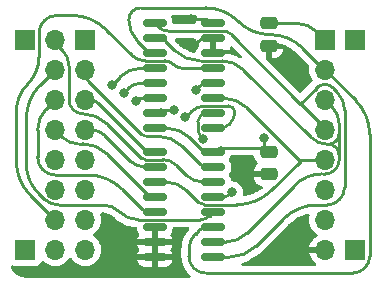
<source format=gbr>
%TF.GenerationSoftware,KiCad,Pcbnew,(6.0.6)*%
%TF.CreationDate,2022-09-21T08:03:07-07:00*%
%TF.ProjectId,takshaka-mux-board-rounded,74616b73-6861-46b6-912d-6d75782d626f,rev?*%
%TF.SameCoordinates,Original*%
%TF.FileFunction,Copper,L1,Top*%
%TF.FilePolarity,Positive*%
%FSLAX46Y46*%
G04 Gerber Fmt 4.6, Leading zero omitted, Abs format (unit mm)*
G04 Created by KiCad (PCBNEW (6.0.6)) date 2022-09-21 08:03:07*
%MOMM*%
%LPD*%
G01*
G04 APERTURE LIST*
G04 Aperture macros list*
%AMRoundRect*
0 Rectangle with rounded corners*
0 $1 Rounding radius*
0 $2 $3 $4 $5 $6 $7 $8 $9 X,Y pos of 4 corners*
0 Add a 4 corners polygon primitive as box body*
4,1,4,$2,$3,$4,$5,$6,$7,$8,$9,$2,$3,0*
0 Add four circle primitives for the rounded corners*
1,1,$1+$1,$2,$3*
1,1,$1+$1,$4,$5*
1,1,$1+$1,$6,$7*
1,1,$1+$1,$8,$9*
0 Add four rect primitives between the rounded corners*
20,1,$1+$1,$2,$3,$4,$5,0*
20,1,$1+$1,$4,$5,$6,$7,0*
20,1,$1+$1,$6,$7,$8,$9,0*
20,1,$1+$1,$8,$9,$2,$3,0*%
G04 Aperture macros list end*
%TA.AperFunction,SMDPad,CuDef*%
%ADD10RoundRect,0.150000X0.825000X0.150000X-0.825000X0.150000X-0.825000X-0.150000X0.825000X-0.150000X0*%
%TD*%
%TA.AperFunction,ComponentPad*%
%ADD11R,1.700000X1.700000*%
%TD*%
%TA.AperFunction,ComponentPad*%
%ADD12O,1.700000X1.700000*%
%TD*%
%TA.AperFunction,SMDPad,CuDef*%
%ADD13RoundRect,0.250000X-0.475000X0.250000X-0.475000X-0.250000X0.475000X-0.250000X0.475000X0.250000X0*%
%TD*%
%TA.AperFunction,SMDPad,CuDef*%
%ADD14RoundRect,0.150000X-0.825000X-0.150000X0.825000X-0.150000X0.825000X0.150000X-0.825000X0.150000X0*%
%TD*%
%TA.AperFunction,ViaPad*%
%ADD15C,0.800000*%
%TD*%
%TA.AperFunction,Conductor*%
%ADD16C,0.250000*%
%TD*%
G04 APERTURE END LIST*
D10*
%TO.P,U2,1,X4*%
%TO.N,SLITHER*%
X241275000Y-141955000D03*
%TO.P,U2,2,X6*%
%TO.N,SS_MOD*%
X241275000Y-140685000D03*
%TO.P,U2,3,X*%
%TO.N,MUX_1_SIGNAL*%
X241275000Y-139415000D03*
%TO.P,U2,4,X7*%
%TO.N,SH_MOD*%
X241275000Y-138145000D03*
%TO.P,U2,5,X5*%
%TO.N,SD_MOD*%
X241275000Y-136875000D03*
%TO.P,U2,6,Inh*%
%TO.N,GND*%
X241275000Y-135605000D03*
%TO.P,U2,7,VEE*%
X241275000Y-134335000D03*
%TO.P,U2,8,VSS*%
X241275000Y-133065000D03*
%TO.P,U2,9,C*%
%TO.N,CHANNEL_SELECT_C*%
X236325000Y-133065000D03*
%TO.P,U2,10,B*%
%TO.N,CHANNEL_SELECT_B*%
X236325000Y-134335000D03*
%TO.P,U2,11,A*%
%TO.N,CHANNEL_SELECT_A*%
X236325000Y-135605000D03*
%TO.P,U2,12,X3*%
%TO.N,PH_MOD*%
X236325000Y-136875000D03*
%TO.P,U2,13,X0*%
%TO.N,D|R*%
X236325000Y-138145000D03*
%TO.P,U2,14,X1*%
%TO.N,PD_MOD*%
X236325000Y-139415000D03*
%TO.P,U2,15,X2*%
%TO.N,PS_MOD*%
X236325000Y-140685000D03*
%TO.P,U2,16,VDD*%
%TO.N,+3V3_A*%
X236325000Y-141955000D03*
%TD*%
D11*
%TO.P,J4,1,Pin_1*%
%TO.N,+3V3_A*%
X250750000Y-134470000D03*
D12*
%TO.P,J4,2,Pin_2*%
%TO.N,CHANNEL_SELECT_A*%
X250750000Y-137010000D03*
%TO.P,J4,3,Pin_3*%
%TO.N,CHANNEL_SELECT_B*%
X250750000Y-139550000D03*
%TO.P,J4,4,Pin_4*%
%TO.N,CHANNEL_SELECT_C*%
X250750000Y-142090000D03*
%TO.P,J4,5,Pin_5*%
%TO.N,MUX_1_SIGNAL*%
X250750000Y-144630000D03*
%TO.P,J4,6,Pin_6*%
%TO.N,MUX_2_SIGNAL*%
X250750000Y-147170000D03*
%TO.P,J4,7,Pin_7*%
%TO.N,unconnected-(J4-Pad7)*%
X250750000Y-149710000D03*
%TO.P,J4,8,Pin_8*%
%TO.N,GND*%
X250750000Y-152250000D03*
%TD*%
D13*
%TO.P,C2,1*%
%TO.N,+3V3_A*%
X245960000Y-143940000D03*
%TO.P,C2,2*%
%TO.N,GND*%
X245960000Y-145840000D03*
%TD*%
%TO.P,C1,1*%
%TO.N,+3V3_A*%
X245960000Y-133070000D03*
%TO.P,C1,2*%
%TO.N,GND*%
X245960000Y-134970000D03*
%TD*%
D11*
%TO.P,J3,1,Pin_1*%
%TO.N,DRIFT*%
X230430000Y-134470000D03*
D12*
%TO.P,J3,2,Pin_2*%
%TO.N,SHIFT*%
X227890000Y-134470000D03*
%TO.P,J3,3,Pin_3*%
%TO.N,GROWL*%
X230430000Y-137010000D03*
%TO.P,J3,4,Pin_4*%
%TO.N,HOWL*%
X227890000Y-137010000D03*
%TO.P,J3,5,Pin_5*%
%TO.N,R*%
X230430000Y-139550000D03*
%TO.P,J3,6,Pin_6*%
%TO.N,D*%
X227890000Y-139550000D03*
%TO.P,J3,7,Pin_7*%
%TO.N,A*%
X230430000Y-142090000D03*
%TO.P,J3,8,Pin_8*%
%TO.N,S*%
X227890000Y-142090000D03*
%TO.P,J3,9,Pin_9*%
%TO.N,D|R*%
X230430000Y-144630000D03*
%TO.P,J3,10,Pin_10*%
%TO.N,PD_MOD*%
X227890000Y-144630000D03*
%TO.P,J3,11,Pin_11*%
%TO.N,PS_MOD*%
X230430000Y-147170000D03*
%TO.P,J3,12,Pin_12*%
%TO.N,PH_MOD*%
X227890000Y-147170000D03*
%TO.P,J3,13,Pin_13*%
%TO.N,SLITHER*%
X230430000Y-149710000D03*
%TO.P,J3,14,Pin_14*%
%TO.N,SD_MOD*%
X227890000Y-149710000D03*
%TO.P,J3,15,Pin_15*%
%TO.N,SS_MOD*%
X230430000Y-152250000D03*
%TO.P,J3,16,Pin_16*%
%TO.N,SH_MOD*%
X227890000Y-152250000D03*
%TD*%
D14*
%TO.P,U1,1,X4*%
%TO.N,R*%
X236325000Y-143965000D03*
%TO.P,U1,2,X6*%
%TO.N,A*%
X236325000Y-145235000D03*
%TO.P,U1,3,X*%
%TO.N,MUX_1_SIGNAL*%
X236325000Y-146505000D03*
%TO.P,U1,4,X7*%
%TO.N,S*%
X236325000Y-147775000D03*
%TO.P,U1,5,X5*%
%TO.N,D*%
X236325000Y-149045000D03*
%TO.P,U1,6,Inh*%
%TO.N,GND*%
X236325000Y-150315000D03*
%TO.P,U1,7,VEE*%
X236325000Y-151585000D03*
%TO.P,U1,8,VSS*%
X236325000Y-152855000D03*
%TO.P,U1,9,C*%
%TO.N,CHANNEL_SELECT_C*%
X241275000Y-152855000D03*
%TO.P,U1,10,B*%
%TO.N,CHANNEL_SELECT_B*%
X241275000Y-151585000D03*
%TO.P,U1,11,A*%
%TO.N,CHANNEL_SELECT_A*%
X241275000Y-150315000D03*
%TO.P,U1,12,X3*%
%TO.N,HOWL*%
X241275000Y-149045000D03*
%TO.P,U1,13,X0*%
%TO.N,DRIFT*%
X241275000Y-147775000D03*
%TO.P,U1,14,X1*%
%TO.N,SHIFT*%
X241275000Y-146505000D03*
%TO.P,U1,15,X2*%
%TO.N,GROWL*%
X241275000Y-145235000D03*
%TO.P,U1,16,VDD*%
%TO.N,+3V3_A*%
X241275000Y-143965000D03*
%TD*%
D11*
%TO.P,J5,1,Pin_1*%
%TO.N,unconnected-(J5-Pad1)*%
X253290000Y-152250000D03*
%TD*%
%TO.P,J6,1,Pin_1*%
%TO.N,unconnected-(J6-Pad1)*%
X225350000Y-134475000D03*
%TD*%
%TO.P,J1,1,Pin_1*%
%TO.N,unconnected-(J1-Pad1)*%
X253290000Y-134470000D03*
%TD*%
%TO.P,J2,1,Pin_1*%
%TO.N,unconnected-(J2-Pad1)*%
X225350000Y-152250000D03*
%TD*%
D15*
%TO.N,+3V3_A*%
X245605400Y-142757300D03*
%TO.N,GND*%
X239640000Y-134960000D03*
X244080000Y-145800000D03*
X234010000Y-151600000D03*
X247380000Y-136100000D03*
X239350000Y-132720000D03*
%TO.N,DRIFT*%
X242884800Y-147360100D03*
%TO.N,SLITHER*%
X238920000Y-141030000D03*
%TO.N,PD_MOD*%
X234724100Y-139624300D03*
%TO.N,PS_MOD*%
X237913400Y-140367300D03*
%TO.N,PH_MOD*%
X232720000Y-138260000D03*
%TO.N,SS_MOD*%
X240437700Y-142883100D03*
%TO.N,SH_MOD*%
X239798500Y-138719600D03*
%TO.N,D|R*%
X233680000Y-138970000D03*
%TD*%
D16*
%TO.N,SHIFT*%
X237009675Y-144600000D02*
X235500796Y-144600000D01*
%TO.N,HOWL*%
X226455750Y-147434250D02*
X226936583Y-147915083D01*
%TO.N,CHANNEL_SELECT_B*%
X251030100Y-143303000D02*
X250971199Y-143303000D01*
%TO.N,GROWL*%
X236564900Y-142613600D02*
X235562624Y-142613600D01*
%TO.N,D|R*%
X234092511Y-138557511D02*
G75*
G02*
X235088363Y-138145000I995889J-995889D01*
G01*
%TO.N,SH_MOD*%
X240085799Y-138432299D02*
G75*
G02*
X240779403Y-138145000I693601J-693601D01*
G01*
%TO.N,SS_MOD*%
X239973490Y-141387474D02*
G75*
G02*
X240179250Y-140890750I702510J-26D01*
G01*
X240179257Y-140890757D02*
G75*
G02*
X240675974Y-140685000I496743J-496743D01*
G01*
X240205589Y-142651011D02*
G75*
G02*
X239973500Y-142090661I560311J560311D01*
G01*
%TO.N,SD_MOD*%
X229309527Y-132389992D02*
G75*
G02*
X232195344Y-133585344I-27J-4081208D01*
G01*
X225562689Y-138217489D02*
G75*
G03*
X226525400Y-135893336I-2324189J2324189D01*
G01*
X235488664Y-136231025D02*
G75*
G02*
X234383033Y-135773033I36J1563625D01*
G01*
X237151023Y-136230991D02*
G75*
G02*
X237928400Y-136553000I-23J-1099409D01*
G01*
X226525400Y-133889998D02*
G75*
G02*
X228025398Y-132390000I1500000J-2D01*
G01*
X225795350Y-147615338D02*
G75*
G02*
X224600000Y-144729527I2885850J2885838D01*
G01*
X238705776Y-136875009D02*
G75*
G02*
X237928400Y-136553000I24J1099409D01*
G01*
X224599985Y-140541663D02*
G75*
G02*
X225562700Y-138217500I3286915J-37D01*
G01*
%TO.N,PH_MOD*%
X233412487Y-137567487D02*
G75*
G02*
X235084342Y-136875000I1671813J-1671813D01*
G01*
%TO.N,PS_MOD*%
X236483836Y-140526136D02*
G75*
G02*
X236867347Y-140367300I383464J-383464D01*
G01*
%TO.N,PD_MOD*%
X234828751Y-139519651D02*
G75*
G02*
X235081397Y-139415000I252649J-252649D01*
G01*
%TO.N,S*%
X236135250Y-147775034D02*
G75*
G02*
X235811326Y-147640826I50J458134D01*
G01*
X230245550Y-143265331D02*
G75*
G02*
X232277432Y-144106934I50J-2873469D01*
G01*
X229879291Y-143265303D02*
G75*
G02*
X228472650Y-142682650I9J1989303D01*
G01*
X227893529Y-142103541D02*
G75*
G02*
X227890000Y-142095000I8571J8541D01*
G01*
%TO.N,A*%
X231017650Y-142090032D02*
G75*
G02*
X232020831Y-142505531I50J-1418668D01*
G01*
X235537650Y-145235044D02*
G75*
G02*
X234193559Y-144678259I50J1900844D01*
G01*
%TO.N,D*%
X226399996Y-142093589D02*
G75*
G02*
X227145000Y-140295000I2543604J-11D01*
G01*
X227899998Y-145900000D02*
G75*
G02*
X226400000Y-144400001I2J1500000D01*
G01*
X235911650Y-149045039D02*
G75*
G02*
X235206018Y-148752716I50J997939D01*
G01*
X230662827Y-145899992D02*
G75*
G02*
X233548644Y-147095344I-27J-4081208D01*
G01*
%TO.N,R*%
X230845000Y-139550001D02*
G75*
G02*
X231553449Y-139843449I0J-1001899D01*
G01*
X236000000Y-143965005D02*
G75*
G02*
X235445190Y-143735190I0J784605D01*
G01*
%TO.N,GROWL*%
X235562624Y-142613576D02*
G75*
G02*
X235170974Y-142451372I-24J553876D01*
G01*
X230677619Y-137958037D02*
G75*
G02*
X230430000Y-137360200I597881J597837D01*
G01*
X240846500Y-145234997D02*
G75*
G02*
X240115004Y-144932004I0J1034497D01*
G01*
X236564900Y-142613604D02*
G75*
G02*
X238667543Y-143484543I0J-2973596D01*
G01*
%TO.N,MUX_1_SIGNAL*%
X242287150Y-139415042D02*
G75*
G02*
X244015004Y-140130691I50J-2443558D01*
G01*
X243310527Y-148410007D02*
G75*
G03*
X246196344Y-147214655I-27J4081207D01*
G01*
X248714383Y-144696683D02*
G75*
G02*
X248875257Y-144630000I160917J-160817D01*
G01*
X248581049Y-144696650D02*
G75*
G02*
X248581050Y-144829950I-66649J-66650D01*
G01*
X248714350Y-144696650D02*
G75*
G02*
X248581049Y-144696650I-66650J66652D01*
G01*
X240510960Y-148410024D02*
G75*
G02*
X239994287Y-148195987I40J730724D01*
G01*
X237314150Y-146505030D02*
G75*
G02*
X239002734Y-147204434I50J-2387970D01*
G01*
X249971550Y-144630000D02*
X249177850Y-144630000D01*
X248714350Y-144696650D02*
X248581050Y-144829950D01*
%TO.N,CHANNEL_SELECT_C*%
X250895801Y-148440000D02*
G75*
G03*
X252395800Y-146940001I-1J1500000D01*
G01*
X247198361Y-149635350D02*
G75*
G02*
X250084172Y-148440000I2885839J-2885850D01*
G01*
X248664250Y-139884435D02*
G75*
G02*
X248681576Y-139891578I50J-24465D01*
G01*
X242626850Y-152855021D02*
G75*
G03*
X244934602Y-151899097I-50J3263721D01*
G01*
X250026856Y-138511637D02*
G75*
G02*
X250706800Y-138230000I679944J-679963D01*
G01*
X248646948Y-139877196D02*
G75*
G03*
X248664250Y-139884400I17352J17296D01*
G01*
X248664250Y-139884372D02*
G75*
G02*
X248661278Y-139877223I-50J4172D01*
G01*
X248661277Y-139877222D02*
G75*
G02*
X248646922Y-139877222I-7177J7178D01*
G01*
X250706800Y-138230006D02*
G75*
G02*
X251386740Y-138511640I0J-961594D01*
G01*
X252395815Y-140433362D02*
G75*
G03*
X251750450Y-138875350I-2203415J-38D01*
G01*
X237424376Y-133709009D02*
G75*
G02*
X236647000Y-133387000I24J1099409D01*
G01*
X242113119Y-133708990D02*
G75*
G02*
X242737205Y-133967505I-19J-882610D01*
G01*
X250750006Y-142025000D02*
G75*
G03*
X250704037Y-141914039I-156906J0D01*
G01*
%TO.N,CHANNEL_SELECT_B*%
X250770950Y-145805400D02*
G75*
G03*
X251927200Y-144649150I-50J1156300D01*
G01*
X236641550Y-134335030D02*
G75*
G02*
X237181934Y-134558834I50J-764170D01*
G01*
X251927197Y-141559606D02*
G75*
G03*
X251338600Y-140138600I-2009597J6D01*
G01*
X242316400Y-151584987D02*
G75*
G03*
X244094180Y-150848618I0J2514187D01*
G01*
X242017644Y-136239966D02*
G75*
G02*
X243814128Y-136984128I-44J-2540634D01*
G01*
X250971199Y-143302998D02*
G75*
G02*
X249540304Y-142710304I1J2023598D01*
G01*
X240210138Y-136239984D02*
G75*
G02*
X237910600Y-135287500I-38J3251984D01*
G01*
X251927200Y-142405900D02*
G75*
G02*
X251030100Y-143303000I-897100J0D01*
G01*
X251030100Y-143303000D02*
G75*
G02*
X251927200Y-144200100I0J-897100D01*
G01*
X248151054Y-146791741D02*
G75*
G02*
X250532300Y-145805400I2381246J-2381259D01*
G01*
X251927200Y-142405900D02*
X251927200Y-144200100D01*
%TO.N,CHANNEL_SELECT_A*%
X250720000Y-137009993D02*
G75*
G02*
X250771212Y-137031214I0J-72407D01*
G01*
X254520008Y-142470472D02*
G75*
G03*
X253324655Y-139584655I-4081208J-28D01*
G01*
X236120550Y-135604960D02*
G75*
G02*
X235771532Y-135460432I-50J493560D01*
G01*
X239220021Y-152201352D02*
G75*
G02*
X239772499Y-150867499I1886279J52D01*
G01*
X240636898Y-154210000D02*
G75*
G02*
X239635000Y-153795000I2J1416900D01*
G01*
X240638167Y-131750014D02*
G75*
G02*
X243378300Y-132885000I33J-3875086D01*
G01*
X234847959Y-134536803D02*
G75*
G02*
X234120000Y-132779450I1757341J1757403D01*
G01*
X250720000Y-137010007D02*
G75*
G02*
X250668787Y-136988785I0J72407D01*
G01*
X246106650Y-134020031D02*
G75*
G02*
X243386631Y-132893331I50J3846731D01*
G01*
X246106650Y-134020040D02*
G75*
G02*
X248826667Y-135146669I50J-3846660D01*
G01*
X239989114Y-150650865D02*
G75*
G02*
X240800000Y-150315000I810886J-810935D01*
G01*
X254099991Y-153789991D02*
G75*
G03*
X254520000Y-152776030I-1013991J1013991D01*
G01*
X234120000Y-132779450D02*
G75*
G02*
X235149450Y-131750000I1029400J50D01*
G01*
X253086030Y-154210012D02*
G75*
G03*
X254100000Y-153790000I-30J1434012D01*
G01*
X239635000Y-153795000D02*
G75*
G02*
X239220000Y-152793101I1001900J1001900D01*
G01*
%TO.N,SLITHER*%
X242565000Y-140050000D02*
G75*
G02*
X243100000Y-140585000I0J-535000D01*
G01*
X239410010Y-140540010D02*
G75*
G02*
X240592964Y-140050000I1182990J-1182990D01*
G01*
X242721697Y-141498301D02*
G75*
G03*
X243100000Y-140585000I-913297J913301D01*
G01*
X241770000Y-141955009D02*
G75*
G03*
X242615016Y-141604981I0J1195009D01*
G01*
%TO.N,HOWL*%
X240190987Y-149679994D02*
G75*
G03*
X240957500Y-149362500I13J1083994D01*
G01*
X226455737Y-147434263D02*
G75*
G02*
X225450000Y-145006154I2428063J2428063D01*
G01*
X234881512Y-149679994D02*
G75*
G02*
X233384701Y-149059999I-12J2116794D01*
G01*
X231887887Y-148440006D02*
G75*
G02*
X233384699Y-149060001I13J-2116794D01*
G01*
X225449992Y-141140472D02*
G75*
G02*
X226645345Y-138254656I4081208J-28D01*
G01*
X228203845Y-148439962D02*
G75*
G02*
X226936583Y-147915083I-45J1792162D01*
G01*
%TO.N,SHIFT*%
X229065315Y-136706362D02*
G75*
G03*
X228477650Y-135287650I-2006415J-38D01*
G01*
X230250600Y-140725410D02*
G75*
G02*
X232274033Y-141563533I0J-2861590D01*
G01*
X235500796Y-144600007D02*
G75*
G02*
X235175941Y-144465441I4J459407D01*
G01*
X230250600Y-140725400D02*
G75*
G02*
X229065300Y-139540100I0J1185300D01*
G01*
X227971324Y-134781310D02*
G75*
G02*
X227890000Y-134585000I196276J196310D01*
G01*
X240423550Y-146505030D02*
G75*
G02*
X238970033Y-145902933I50J2055630D01*
G01*
X237009675Y-144600029D02*
G75*
G02*
X238131969Y-145064871I25J-1587171D01*
G01*
%TO.N,DRIFT*%
X242176521Y-147775008D02*
G75*
G03*
X242677349Y-147567549I-21J708308D01*
G01*
%TO.N,GND*%
X239952488Y-134647488D02*
G75*
G02*
X240706941Y-134335000I754412J-754412D01*
G01*
X240686048Y-132719951D02*
G75*
G02*
X241102500Y-132892500I-48J-588949D01*
G01*
%TO.N,+3V3_A*%
X241464795Y-143775195D02*
G75*
G02*
X241923017Y-143585400I458205J-458205D01*
G01*
X241006582Y-143964992D02*
G75*
G03*
X241464800Y-143775200I18J647992D01*
G01*
X248360050Y-133069980D02*
G75*
G02*
X250049999Y-133770001I-50J-2390020D01*
G01*
X245605400Y-143334659D02*
G75*
G02*
X245354659Y-143585400I-250700J-41D01*
G01*
X245354659Y-143585417D02*
G75*
G02*
X245782700Y-143762700I41J-605283D01*
G01*
X245782688Y-143762712D02*
G75*
G02*
X245605400Y-143334659I428012J428012D01*
G01*
X237404450Y-141955029D02*
G75*
G02*
X239247186Y-142718286I50J-2605971D01*
G01*
X240884450Y-143964956D02*
G75*
G02*
X240217739Y-143688839I-50J942856D01*
G01*
%TO.N,CHANNEL_SELECT_C*%
X252395800Y-146940001D02*
X252395800Y-140433362D01*
X250895801Y-148440000D02*
X250084172Y-148440000D01*
X247198355Y-149635344D02*
X244934602Y-151899097D01*
X251386740Y-138511640D02*
X251750450Y-138875350D01*
X250026859Y-138511640D02*
X248661277Y-139877222D01*
X242626850Y-152855000D02*
X241275000Y-152855000D01*
%TO.N,+3V3_A*%
X241006582Y-143965000D02*
X240884450Y-143965000D01*
X245782700Y-143762700D02*
X245960000Y-143940000D01*
X237404450Y-141955000D02*
X236325000Y-141955000D01*
X250050000Y-133770000D02*
X250750000Y-134470000D01*
X245605400Y-143334659D02*
X245605400Y-142757300D01*
X239247186Y-142718286D02*
X240217739Y-143688839D01*
X248360050Y-133070000D02*
X245960000Y-133070000D01*
X241923017Y-143585400D02*
X245354659Y-143585400D01*
%TO.N,GND*%
X241102500Y-132892500D02*
X241275000Y-133065000D01*
X239350000Y-132720000D02*
X240686048Y-132720000D01*
X239640000Y-134960000D02*
X239952500Y-134647500D01*
X240706941Y-134335000D02*
X241275000Y-134335000D01*
%TO.N,DRIFT*%
X242176521Y-147775000D02*
X241275000Y-147775000D01*
X242884800Y-147360100D02*
X242677350Y-147567550D01*
%TO.N,SHIFT*%
X228477650Y-135287650D02*
X227971317Y-134781317D01*
X229065300Y-136706362D02*
X229065300Y-139540100D01*
X238970033Y-145902933D02*
X238131970Y-145064870D01*
X240423550Y-146505000D02*
X241275000Y-146505000D01*
X227890000Y-134585000D02*
X227890000Y-134470000D01*
X232274033Y-141563533D02*
X235175941Y-144465441D01*
%TO.N,HOWL*%
X231887887Y-148440000D02*
X228203845Y-148440000D01*
X226645344Y-138254655D02*
X227890000Y-137010000D01*
X225450000Y-145006154D02*
X225450000Y-141140472D01*
X240957500Y-149362500D02*
X241275000Y-149045000D01*
X240190987Y-149680000D02*
X234881512Y-149680000D01*
%TO.N,SLITHER*%
X238920000Y-141030000D02*
X239410000Y-140540000D01*
X242565000Y-140050000D02*
X240592964Y-140050000D01*
X241770000Y-141955000D02*
X241275000Y-141955000D01*
X242721697Y-141498301D02*
X242615017Y-141604982D01*
%TO.N,CHANNEL_SELECT_A*%
X254520000Y-142470472D02*
X254520000Y-152776030D01*
X239772499Y-150867499D02*
X239989124Y-150650875D01*
X235771532Y-135460432D02*
X234847931Y-134536831D01*
X250668786Y-136988786D02*
X248826668Y-135146668D01*
X240800000Y-150315000D02*
X241275000Y-150315000D01*
X239220000Y-152201352D02*
X239220000Y-152793101D01*
X240636898Y-154210000D02*
X253086030Y-154210000D01*
X240638167Y-131750000D02*
X235149450Y-131750000D01*
X250771213Y-137031213D02*
X253324655Y-139584655D01*
X236120550Y-135605000D02*
X236325000Y-135605000D01*
X243378300Y-132885000D02*
X243386631Y-132893331D01*
%TO.N,CHANNEL_SELECT_B*%
X244094180Y-150848618D02*
X248151056Y-146791743D01*
X251338600Y-140138600D02*
X250750000Y-139550000D01*
X251927200Y-141559606D02*
X251927200Y-142405900D01*
X243814128Y-136984128D02*
X249540304Y-142710304D01*
X237181934Y-134558834D02*
X237910600Y-135287500D01*
X251927200Y-144649150D02*
X251927200Y-144200100D01*
X242017644Y-136240000D02*
X240210138Y-136240000D01*
X236641550Y-134335000D02*
X236325000Y-134335000D01*
X250770950Y-145805400D02*
X250532300Y-145805400D01*
X242316400Y-151585000D02*
X241275000Y-151585000D01*
%TO.N,CHANNEL_SELECT_C*%
X248681577Y-139891577D02*
X250704038Y-141914038D01*
X250750000Y-142025000D02*
X250750000Y-142090000D01*
X248646922Y-139877222D02*
X242737205Y-133967505D01*
X236647000Y-133387000D02*
X236325000Y-133065000D01*
X237424376Y-133709000D02*
X242113119Y-133709000D01*
%TO.N,MUX_1_SIGNAL*%
X249971550Y-144630000D02*
X250750000Y-144630000D01*
X249177850Y-144630000D02*
X248875257Y-144630000D01*
X237314150Y-146505000D02*
X236325000Y-146505000D01*
X239994287Y-148195987D02*
X239002734Y-147204434D01*
X242287150Y-139415000D02*
X241275000Y-139415000D01*
X244015004Y-140130691D02*
X248581049Y-144696650D01*
X246196344Y-147214655D02*
X248581050Y-144829950D01*
X243310527Y-148410000D02*
X240510960Y-148410000D01*
%TO.N,GROWL*%
X240115004Y-144932004D02*
X238667543Y-143484543D01*
X240846500Y-145235000D02*
X241275000Y-145235000D01*
X235170973Y-142451373D02*
X230677628Y-137958028D01*
X230430000Y-137360200D02*
X230430000Y-137010000D01*
%TO.N,R*%
X236000000Y-143965000D02*
X236325000Y-143965000D01*
X231553449Y-139843449D02*
X235445190Y-143735190D01*
X230845000Y-139550000D02*
X230430000Y-139550000D01*
%TO.N,D*%
X226400000Y-142093589D02*
X226400000Y-144400001D01*
X235206017Y-148752717D02*
X233548644Y-147095344D01*
X227145000Y-140295000D02*
X227890000Y-139550000D01*
X227899998Y-145900000D02*
X230662827Y-145900000D01*
X235911650Y-149045000D02*
X236325000Y-149045000D01*
%TO.N,A*%
X231017650Y-142090000D02*
X230430000Y-142090000D01*
X235537650Y-145235000D02*
X236325000Y-145235000D01*
X232020831Y-142505531D02*
X234193559Y-144678259D01*
%TO.N,S*%
X236135250Y-147775000D02*
X236325000Y-147775000D01*
X227890000Y-142095000D02*
X227890000Y-142090000D01*
X235811326Y-147640826D02*
X232277433Y-144106933D01*
X228472650Y-142682650D02*
X227893535Y-142103535D01*
X230245550Y-143265300D02*
X229879291Y-143265300D01*
%TO.N,PD_MOD*%
X235081397Y-139415000D02*
X236325000Y-139415000D01*
X234724100Y-139624300D02*
X234828750Y-139519650D01*
%TO.N,PS_MOD*%
X236483850Y-140526150D02*
X236325000Y-140685000D01*
X237913400Y-140367300D02*
X236867347Y-140367300D01*
%TO.N,PH_MOD*%
X232720000Y-138260000D02*
X233412500Y-137567500D01*
X235084342Y-136875000D02*
X236325000Y-136875000D01*
%TO.N,SD_MOD*%
X232195344Y-133585344D02*
X234383033Y-135773033D01*
X229309527Y-132390000D02*
X228025398Y-132390000D01*
X235488664Y-136231000D02*
X237151023Y-136231000D01*
X238705776Y-136875000D02*
X241275000Y-136875000D01*
X226525400Y-135893336D02*
X226525400Y-133889998D01*
X225795344Y-147615344D02*
X227890000Y-149710000D01*
X224600000Y-144729527D02*
X224600000Y-140541663D01*
%TO.N,SS_MOD*%
X239973500Y-141387474D02*
X239973500Y-142090661D01*
X240437700Y-142883100D02*
X240205600Y-142651000D01*
X240675974Y-140685000D02*
X241275000Y-140685000D01*
%TO.N,SH_MOD*%
X240779403Y-138145000D02*
X241275000Y-138145000D01*
X240085800Y-138432300D02*
X239798500Y-138719600D01*
%TO.N,D|R*%
X235088363Y-138145000D02*
X236325000Y-138145000D01*
X233680000Y-138970000D02*
X234092500Y-138557500D01*
%TD*%
%TA.AperFunction,Conductor*%
%TO.N,GND*%
G36*
X231854318Y-149074578D02*
G01*
X231873677Y-149077127D01*
X231873681Y-149077127D01*
X231881208Y-149078118D01*
X231891483Y-149076984D01*
X231898901Y-149076165D01*
X231920967Y-149075674D01*
X232073260Y-149085655D01*
X232089600Y-149087806D01*
X232263699Y-149122435D01*
X232279620Y-149126701D01*
X232405704Y-149169500D01*
X232447707Y-149183758D01*
X232462926Y-149190061D01*
X232622140Y-149268577D01*
X232636409Y-149276816D01*
X232784001Y-149375433D01*
X232797078Y-149385467D01*
X232903666Y-149478943D01*
X232918855Y-149495330D01*
X232918937Y-149495260D01*
X232920786Y-149497414D01*
X232921342Y-149498013D01*
X232921627Y-149498392D01*
X232921633Y-149498399D01*
X232924107Y-149501694D01*
X232928580Y-149506261D01*
X232928757Y-149506492D01*
X232928985Y-149506674D01*
X232933458Y-149511242D01*
X232944664Y-149520028D01*
X232951504Y-149525796D01*
X233134629Y-149691771D01*
X233137115Y-149693615D01*
X233137119Y-149693618D01*
X233244477Y-149773240D01*
X233351679Y-149852746D01*
X233354319Y-149854329D01*
X233354329Y-149854335D01*
X233445553Y-149909012D01*
X233583462Y-149991671D01*
X233586240Y-149992985D01*
X233586244Y-149992987D01*
X233607464Y-150003023D01*
X233827746Y-150107208D01*
X234082178Y-150198244D01*
X234085168Y-150198993D01*
X234085178Y-150198996D01*
X234317084Y-150257084D01*
X234344309Y-150263903D01*
X234611613Y-150303553D01*
X234614697Y-150303704D01*
X234614702Y-150303705D01*
X234657916Y-150305828D01*
X234722183Y-150308984D01*
X234789240Y-150332304D01*
X234833044Y-150388176D01*
X234842001Y-150434832D01*
X234842001Y-150528983D01*
X234842195Y-150533920D01*
X234844430Y-150562336D01*
X234846730Y-150574931D01*
X234889107Y-150720790D01*
X234895352Y-150735221D01*
X234971912Y-150864678D01*
X234978189Y-150872770D01*
X235004139Y-150938854D01*
X234990241Y-151008477D01*
X234978189Y-151027230D01*
X234971912Y-151035322D01*
X234895352Y-151164779D01*
X234889107Y-151179210D01*
X234850061Y-151313605D01*
X234850101Y-151327706D01*
X234857370Y-151331000D01*
X236052885Y-151331000D01*
X236068124Y-151326525D01*
X236069329Y-151325135D01*
X236071000Y-151317452D01*
X236071000Y-150439500D01*
X236091002Y-150371379D01*
X236144658Y-150324886D01*
X236197000Y-150313500D01*
X236453000Y-150313500D01*
X236521121Y-150333502D01*
X236567614Y-150387158D01*
X236579000Y-150439500D01*
X236579000Y-151312885D01*
X236583475Y-151328124D01*
X236584865Y-151329329D01*
X236592548Y-151331000D01*
X237786878Y-151331000D01*
X237800409Y-151327027D01*
X237801544Y-151319129D01*
X237760893Y-151179210D01*
X237754648Y-151164779D01*
X237678088Y-151035322D01*
X237671811Y-151027230D01*
X237645861Y-150961146D01*
X237659759Y-150891523D01*
X237671811Y-150872770D01*
X237678088Y-150864678D01*
X237754648Y-150735221D01*
X237760893Y-150720790D01*
X237803269Y-150574935D01*
X237805570Y-150562333D01*
X237807807Y-150533915D01*
X237808000Y-150528987D01*
X237808000Y-150439500D01*
X237828002Y-150371379D01*
X237881658Y-150324886D01*
X237934000Y-150313500D01*
X239132419Y-150313500D01*
X239200540Y-150333502D01*
X239247033Y-150387158D01*
X239257137Y-150457432D01*
X239226370Y-150523459D01*
X239133147Y-150627776D01*
X238969370Y-150858601D01*
X238832468Y-151106313D01*
X238724162Y-151367796D01*
X238645816Y-151639761D01*
X238598413Y-151918789D01*
X238587196Y-152118610D01*
X238585644Y-152118523D01*
X238585991Y-152121322D01*
X238586500Y-152121322D01*
X238586500Y-152129246D01*
X238586436Y-152129752D01*
X238586302Y-152134541D01*
X238584458Y-152167388D01*
X238583400Y-152178071D01*
X238582567Y-152183925D01*
X238582566Y-152183934D01*
X238581987Y-152188006D01*
X238581847Y-152201370D01*
X238584102Y-152220000D01*
X238585587Y-152232268D01*
X238586500Y-152247409D01*
X238586500Y-152739106D01*
X238585243Y-152756860D01*
X238581987Y-152779737D01*
X238581847Y-152793101D01*
X238582343Y-152797199D01*
X238584013Y-152811007D01*
X238584727Y-152819075D01*
X238589139Y-152897625D01*
X238596182Y-153023035D01*
X238634758Y-153250077D01*
X238698512Y-153471372D01*
X238786643Y-153684138D01*
X238898041Y-153885698D01*
X239031307Y-154073518D01*
X239156510Y-154213619D01*
X239163312Y-154221916D01*
X239174407Y-154236694D01*
X239183758Y-154246242D01*
X239197966Y-154257383D01*
X239204171Y-154262579D01*
X239332582Y-154377335D01*
X239370047Y-154437642D01*
X239368961Y-154508630D01*
X239329668Y-154567762D01*
X239264643Y-154596263D01*
X239248622Y-154597286D01*
X225525156Y-154597286D01*
X225505769Y-154595786D01*
X225490937Y-154593476D01*
X225490934Y-154593476D01*
X225482066Y-154592095D01*
X225466809Y-154594090D01*
X225441490Y-154594833D01*
X225272510Y-154582745D01*
X225254727Y-154580188D01*
X225124558Y-154551871D01*
X225064394Y-154538782D01*
X225047152Y-154533720D01*
X224864637Y-154465644D01*
X224848297Y-154458181D01*
X224810684Y-154437642D01*
X224739355Y-154398693D01*
X224677343Y-154364831D01*
X224662220Y-154355112D01*
X224506292Y-154238385D01*
X224492705Y-154226612D01*
X224354975Y-154088880D01*
X224343202Y-154075293D01*
X224226477Y-153919364D01*
X224216758Y-153904240D01*
X224126874Y-153739626D01*
X224111783Y-153670252D01*
X224136595Y-153603732D01*
X224193431Y-153561186D01*
X224264246Y-153556122D01*
X224281685Y-153561258D01*
X224389684Y-153601745D01*
X224451866Y-153608500D01*
X226248134Y-153608500D01*
X226310316Y-153601745D01*
X226446705Y-153550615D01*
X226563261Y-153463261D01*
X226650615Y-153346705D01*
X226683947Y-153257793D01*
X226694598Y-153229382D01*
X226737240Y-153172618D01*
X226803802Y-153147918D01*
X226873150Y-153163126D01*
X226907817Y-153191114D01*
X226936250Y-153223938D01*
X227108126Y-153366632D01*
X227301000Y-153479338D01*
X227509692Y-153559030D01*
X227514760Y-153560061D01*
X227514763Y-153560062D01*
X227595559Y-153576500D01*
X227728597Y-153603567D01*
X227733772Y-153603757D01*
X227733774Y-153603757D01*
X227946673Y-153611564D01*
X227946677Y-153611564D01*
X227951837Y-153611753D01*
X227956957Y-153611097D01*
X227956959Y-153611097D01*
X228168288Y-153584025D01*
X228168289Y-153584025D01*
X228173416Y-153583368D01*
X228201938Y-153574811D01*
X228382429Y-153520661D01*
X228382434Y-153520659D01*
X228387384Y-153519174D01*
X228587994Y-153420896D01*
X228769860Y-153291173D01*
X228800350Y-153260790D01*
X228924435Y-153137137D01*
X228928096Y-153133489D01*
X228942478Y-153113475D01*
X229058453Y-152952077D01*
X229059776Y-152953028D01*
X229106645Y-152909857D01*
X229176580Y-152897625D01*
X229242026Y-152925144D01*
X229269875Y-152956994D01*
X229277598Y-152969597D01*
X229329987Y-153055088D01*
X229476250Y-153223938D01*
X229648126Y-153366632D01*
X229841000Y-153479338D01*
X230049692Y-153559030D01*
X230054760Y-153560061D01*
X230054763Y-153560062D01*
X230135559Y-153576500D01*
X230268597Y-153603567D01*
X230273772Y-153603757D01*
X230273774Y-153603757D01*
X230486673Y-153611564D01*
X230486677Y-153611564D01*
X230491837Y-153611753D01*
X230496957Y-153611097D01*
X230496959Y-153611097D01*
X230708288Y-153584025D01*
X230708289Y-153584025D01*
X230713416Y-153583368D01*
X230741938Y-153574811D01*
X230922429Y-153520661D01*
X230922434Y-153520659D01*
X230927384Y-153519174D01*
X231127994Y-153420896D01*
X231309860Y-153291173D01*
X231340350Y-153260790D01*
X231464435Y-153137137D01*
X231468096Y-153133489D01*
X231477163Y-153120871D01*
X234848456Y-153120871D01*
X234889107Y-153260790D01*
X234895352Y-153275221D01*
X234971911Y-153404678D01*
X234981551Y-153417104D01*
X235087896Y-153523449D01*
X235100322Y-153533089D01*
X235229779Y-153609648D01*
X235244210Y-153615893D01*
X235390065Y-153658269D01*
X235402667Y-153660570D01*
X235431084Y-153662807D01*
X235436014Y-153663000D01*
X236052885Y-153663000D01*
X236068124Y-153658525D01*
X236069329Y-153657135D01*
X236071000Y-153649452D01*
X236071000Y-153644884D01*
X236579000Y-153644884D01*
X236583475Y-153660123D01*
X236584865Y-153661328D01*
X236592548Y-153662999D01*
X237213984Y-153662999D01*
X237218920Y-153662805D01*
X237247336Y-153660570D01*
X237259931Y-153658270D01*
X237405790Y-153615893D01*
X237420221Y-153609648D01*
X237549678Y-153533089D01*
X237562104Y-153523449D01*
X237668449Y-153417104D01*
X237678089Y-153404678D01*
X237754648Y-153275221D01*
X237760893Y-153260790D01*
X237799939Y-153126395D01*
X237799899Y-153112294D01*
X237792630Y-153109000D01*
X236597115Y-153109000D01*
X236581876Y-153113475D01*
X236580671Y-153114865D01*
X236579000Y-153122548D01*
X236579000Y-153644884D01*
X236071000Y-153644884D01*
X236071000Y-153127115D01*
X236066525Y-153111876D01*
X236065135Y-153110671D01*
X236057452Y-153109000D01*
X234863122Y-153109000D01*
X234849591Y-153112973D01*
X234848456Y-153120871D01*
X231477163Y-153120871D01*
X231482478Y-153113475D01*
X231595435Y-152956277D01*
X231598453Y-152952077D01*
X231619320Y-152909857D01*
X231695136Y-152756453D01*
X231695137Y-152756451D01*
X231697430Y-152751811D01*
X231762370Y-152538069D01*
X231791529Y-152316590D01*
X231791804Y-152305322D01*
X231793074Y-152253365D01*
X231793074Y-152253361D01*
X231793156Y-152250000D01*
X231774852Y-152027361D01*
X231730521Y-151850871D01*
X234848456Y-151850871D01*
X234889107Y-151990790D01*
X234895352Y-152005221D01*
X234971912Y-152134678D01*
X234978189Y-152142770D01*
X235004139Y-152208854D01*
X234990241Y-152278477D01*
X234978189Y-152297230D01*
X234971912Y-152305322D01*
X234895352Y-152434779D01*
X234889107Y-152449210D01*
X234850061Y-152583605D01*
X234850101Y-152597706D01*
X234857370Y-152601000D01*
X236052885Y-152601000D01*
X236068124Y-152596525D01*
X236069329Y-152595135D01*
X236071000Y-152587452D01*
X236071000Y-152582885D01*
X236579000Y-152582885D01*
X236583475Y-152598124D01*
X236584865Y-152599329D01*
X236592548Y-152601000D01*
X237786878Y-152601000D01*
X237800409Y-152597027D01*
X237801544Y-152589129D01*
X237760893Y-152449210D01*
X237754648Y-152434779D01*
X237678088Y-152305322D01*
X237671811Y-152297230D01*
X237645861Y-152231146D01*
X237659759Y-152161523D01*
X237671811Y-152142770D01*
X237678088Y-152134678D01*
X237754648Y-152005221D01*
X237760893Y-151990790D01*
X237799939Y-151856395D01*
X237799899Y-151842294D01*
X237792630Y-151839000D01*
X236597115Y-151839000D01*
X236581876Y-151843475D01*
X236580671Y-151844865D01*
X236579000Y-151852548D01*
X236579000Y-152582885D01*
X236071000Y-152582885D01*
X236071000Y-151857115D01*
X236066525Y-151841876D01*
X236065135Y-151840671D01*
X236057452Y-151839000D01*
X234863122Y-151839000D01*
X234849591Y-151842973D01*
X234848456Y-151850871D01*
X231730521Y-151850871D01*
X231720431Y-151810702D01*
X231631354Y-151605840D01*
X231510014Y-151418277D01*
X231359670Y-151253051D01*
X231355619Y-151249852D01*
X231355615Y-151249848D01*
X231188414Y-151117800D01*
X231188410Y-151117798D01*
X231184359Y-151114598D01*
X231143053Y-151091796D01*
X231093084Y-151041364D01*
X231078312Y-150971921D01*
X231103428Y-150905516D01*
X231130780Y-150878909D01*
X231199969Y-150829557D01*
X231309860Y-150751173D01*
X231340350Y-150720790D01*
X231464435Y-150597137D01*
X231468096Y-150593489D01*
X231485815Y-150568831D01*
X231595435Y-150416277D01*
X231598453Y-150412077D01*
X231601169Y-150406583D01*
X231695136Y-150216453D01*
X231695137Y-150216451D01*
X231697430Y-150211811D01*
X231762370Y-149998069D01*
X231791529Y-149776590D01*
X231791812Y-149765022D01*
X231793074Y-149713365D01*
X231793074Y-149713361D01*
X231793156Y-149710000D01*
X231774852Y-149487361D01*
X231721967Y-149276816D01*
X231721690Y-149275714D01*
X231721690Y-149275713D01*
X231720431Y-149270702D01*
X231711318Y-149249743D01*
X231702497Y-149179297D01*
X231733163Y-149115265D01*
X231793579Y-149077977D01*
X231826867Y-149073500D01*
X231837872Y-149073500D01*
X231854318Y-149074578D01*
G37*
%TD.AperFunction*%
%TA.AperFunction,Conductor*%
G36*
X249365866Y-149171819D02*
G01*
X249424003Y-149212569D01*
X249450880Y-149278282D01*
X249446960Y-149324864D01*
X249410989Y-149454570D01*
X249387251Y-149676695D01*
X249387548Y-149681848D01*
X249387548Y-149681851D01*
X249397382Y-149852403D01*
X249400110Y-149899715D01*
X249401247Y-149904761D01*
X249401248Y-149904767D01*
X249402205Y-149909012D01*
X249449222Y-150117639D01*
X249487461Y-150211811D01*
X249530642Y-150318153D01*
X249533266Y-150324616D01*
X249574969Y-150392670D01*
X249647291Y-150510688D01*
X249649987Y-150515088D01*
X249796250Y-150683938D01*
X249941685Y-150804680D01*
X249946084Y-150808332D01*
X249968126Y-150826632D01*
X250017898Y-150855716D01*
X250041955Y-150869774D01*
X250090679Y-150921412D01*
X250103750Y-150991195D01*
X250077019Y-151056967D01*
X250036562Y-151090327D01*
X250028457Y-151094546D01*
X250019738Y-151100036D01*
X249849433Y-151227905D01*
X249841726Y-151234748D01*
X249694590Y-151388717D01*
X249688104Y-151396727D01*
X249568098Y-151572649D01*
X249563000Y-151581623D01*
X249473338Y-151774783D01*
X249469775Y-151784470D01*
X249414389Y-151984183D01*
X249415912Y-151992607D01*
X249428292Y-151996000D01*
X250878000Y-151996000D01*
X250946121Y-152016002D01*
X250992614Y-152069658D01*
X251004000Y-152122000D01*
X251004000Y-152378000D01*
X250983998Y-152446121D01*
X250930342Y-152492614D01*
X250878000Y-152504000D01*
X249433225Y-152504000D01*
X249419694Y-152507973D01*
X249418257Y-152517966D01*
X249448565Y-152652446D01*
X249451645Y-152662275D01*
X249531770Y-152859603D01*
X249536413Y-152868794D01*
X249647694Y-153050388D01*
X249653777Y-153058699D01*
X249793213Y-153219667D01*
X249800580Y-153226883D01*
X249953159Y-153353556D01*
X249992794Y-153412459D01*
X249994292Y-153483439D01*
X249957177Y-153543962D01*
X249893233Y-153574811D01*
X249872674Y-153576500D01*
X243766244Y-153576500D01*
X243698123Y-153556498D01*
X243651630Y-153502842D01*
X243641526Y-153432568D01*
X243671020Y-153367988D01*
X243728354Y-153330332D01*
X243767307Y-153318050D01*
X243903139Y-153275221D01*
X243958412Y-153257793D01*
X243958416Y-153257791D01*
X243961031Y-153256967D01*
X244221949Y-153148889D01*
X244272888Y-153127789D01*
X244272892Y-153127787D01*
X244275432Y-153126735D01*
X244286697Y-153120871D01*
X244339794Y-153093230D01*
X244577287Y-152969597D01*
X244579607Y-152968119D01*
X244861982Y-152788224D01*
X244861985Y-152788222D01*
X244864297Y-152786749D01*
X245134280Y-152579582D01*
X245136308Y-152577724D01*
X245136316Y-152577717D01*
X245360425Y-152372358D01*
X245369896Y-152364495D01*
X245376296Y-152359690D01*
X245385845Y-152350339D01*
X245405065Y-152325827D01*
X245415124Y-152314479D01*
X247610936Y-150118667D01*
X247623328Y-150107799D01*
X247625820Y-150105887D01*
X247644846Y-150091288D01*
X247658038Y-150074822D01*
X247671756Y-150060243D01*
X247892418Y-149860247D01*
X247901976Y-149852403D01*
X248163785Y-149658233D01*
X248174066Y-149651363D01*
X248453651Y-149483785D01*
X248464556Y-149477956D01*
X248759224Y-149338588D01*
X248770647Y-149333857D01*
X248924094Y-149278952D01*
X249077543Y-149224046D01*
X249089374Y-149220457D01*
X249112856Y-149214575D01*
X249294927Y-149168968D01*
X249365866Y-149171819D01*
G37*
%TD.AperFunction*%
%TA.AperFunction,Conductor*%
G36*
X244678787Y-144238902D02*
G01*
X244725280Y-144292558D01*
X244735993Y-144331893D01*
X244737474Y-144346166D01*
X244739655Y-144352702D01*
X244739655Y-144352704D01*
X244758729Y-144409875D01*
X244793450Y-144513946D01*
X244886522Y-144664348D01*
X245011697Y-144789305D01*
X245016235Y-144792102D01*
X245056824Y-144849353D01*
X245060054Y-144920276D01*
X245024428Y-144981687D01*
X245015932Y-144989062D01*
X245005793Y-144997098D01*
X244891261Y-145111829D01*
X244882249Y-145123240D01*
X244797184Y-145261243D01*
X244791037Y-145274424D01*
X244739862Y-145428710D01*
X244736995Y-145442086D01*
X244727328Y-145536438D01*
X244727000Y-145542855D01*
X244727000Y-145567885D01*
X244731475Y-145583124D01*
X244732865Y-145584329D01*
X244740548Y-145586000D01*
X246088000Y-145586000D01*
X246156121Y-145606002D01*
X246202614Y-145659658D01*
X246214000Y-145712000D01*
X246214000Y-145968000D01*
X246193998Y-146036121D01*
X246140342Y-146082614D01*
X246088000Y-146094000D01*
X244745116Y-146094000D01*
X244729877Y-146098475D01*
X244728672Y-146099865D01*
X244727001Y-146107548D01*
X244727001Y-146137095D01*
X244727338Y-146143614D01*
X244737257Y-146239206D01*
X244740149Y-146252600D01*
X244791588Y-146406784D01*
X244797761Y-146419962D01*
X244883063Y-146557807D01*
X244892099Y-146569208D01*
X245006829Y-146683739D01*
X245018240Y-146692751D01*
X245156243Y-146777816D01*
X245169424Y-146783963D01*
X245323710Y-146835138D01*
X245337088Y-146838006D01*
X245339854Y-146838289D01*
X245341451Y-146838941D01*
X245343811Y-146839447D01*
X245343721Y-146839868D01*
X245405582Y-146865128D01*
X245446366Y-146923242D01*
X245449256Y-146994180D01*
X245413336Y-147055419D01*
X245402073Y-147064837D01*
X245230919Y-147191773D01*
X245220638Y-147198643D01*
X244941052Y-147366221D01*
X244930147Y-147372050D01*
X244635484Y-147511416D01*
X244624061Y-147516147D01*
X244317155Y-147625961D01*
X244305332Y-147629548D01*
X243989122Y-147708756D01*
X243977012Y-147711164D01*
X243914438Y-147720447D01*
X243844120Y-147710657D01*
X243790257Y-147664405D01*
X243769951Y-147596374D01*
X243775189Y-147562821D01*
X243774929Y-147562766D01*
X243775941Y-147558006D01*
X243776117Y-147556874D01*
X243778342Y-147550028D01*
X243780702Y-147527579D01*
X243797614Y-147366665D01*
X243798304Y-147360100D01*
X243786975Y-147252312D01*
X243779032Y-147176735D01*
X243779032Y-147176733D01*
X243778342Y-147170172D01*
X243719327Y-146988544D01*
X243701369Y-146957439D01*
X243650500Y-146869332D01*
X243623840Y-146823156D01*
X243496053Y-146681234D01*
X243341552Y-146568982D01*
X243335524Y-146566298D01*
X243335522Y-146566297D01*
X243173119Y-146493991D01*
X243173118Y-146493991D01*
X243167088Y-146491306D01*
X243073687Y-146471453D01*
X242986744Y-146452972D01*
X242986739Y-146452972D01*
X242980287Y-146451600D01*
X242884500Y-146451600D01*
X242816379Y-146431598D01*
X242769886Y-146377942D01*
X242758500Y-146325600D01*
X242758500Y-146288498D01*
X242757115Y-146270900D01*
X242756067Y-146257579D01*
X242756066Y-146257574D01*
X242755562Y-146251169D01*
X242709145Y-146091399D01*
X242624453Y-145948193D01*
X242621771Y-145945511D01*
X242596498Y-145881139D01*
X242610400Y-145811516D01*
X242620572Y-145795688D01*
X242624453Y-145791807D01*
X242709145Y-145648601D01*
X242715707Y-145626016D01*
X242741731Y-145536438D01*
X242755562Y-145488831D01*
X242757231Y-145467633D01*
X242758307Y-145453958D01*
X242758307Y-145453950D01*
X242758500Y-145451502D01*
X242758500Y-145018498D01*
X242756195Y-144989206D01*
X242756067Y-144987579D01*
X242756066Y-144987574D01*
X242755562Y-144981169D01*
X242709145Y-144821399D01*
X242624453Y-144678193D01*
X242621771Y-144675511D01*
X242596498Y-144611139D01*
X242610400Y-144541516D01*
X242620572Y-144525688D01*
X242624453Y-144521807D01*
X242709145Y-144378601D01*
X242712434Y-144367281D01*
X242729149Y-144309747D01*
X242767362Y-144249912D01*
X242831858Y-144220234D01*
X242850146Y-144218900D01*
X244610666Y-144218900D01*
X244678787Y-144238902D01*
G37*
%TD.AperFunction*%
%TA.AperFunction,Conductor*%
G36*
X246751497Y-134719776D02*
G01*
X246781880Y-134727386D01*
X247033388Y-134790382D01*
X247045215Y-134793969D01*
X247132855Y-134825326D01*
X247330464Y-134896029D01*
X247341880Y-134900758D01*
X247602148Y-135023851D01*
X247615733Y-135030276D01*
X247626638Y-135036105D01*
X247886499Y-135191856D01*
X247896779Y-135198724D01*
X247949129Y-135237548D01*
X248140113Y-135379187D01*
X248149661Y-135387023D01*
X248347742Y-135566551D01*
X248363086Y-135583204D01*
X248370730Y-135593165D01*
X248376659Y-135597915D01*
X248398160Y-135615140D01*
X248408476Y-135624380D01*
X249386751Y-136602655D01*
X249420777Y-136664967D01*
X249419073Y-136725420D01*
X249410989Y-136754570D01*
X249410441Y-136759700D01*
X249410440Y-136759704D01*
X249406933Y-136792522D01*
X249387251Y-136976695D01*
X249387548Y-136981848D01*
X249387548Y-136981851D01*
X249395821Y-137125336D01*
X249400110Y-137199715D01*
X249401247Y-137204761D01*
X249401248Y-137204767D01*
X249420694Y-137291051D01*
X249449222Y-137417639D01*
X249533266Y-137624616D01*
X249535965Y-137629020D01*
X249615520Y-137758842D01*
X249649987Y-137815088D01*
X249653369Y-137818992D01*
X249653371Y-137818995D01*
X249657213Y-137823431D01*
X249686694Y-137888017D01*
X249676577Y-137958289D01*
X249640057Y-138004401D01*
X249635497Y-138007098D01*
X249618810Y-138023785D01*
X249612788Y-138029426D01*
X249610977Y-138031014D01*
X249609388Y-138032407D01*
X249601980Y-138038421D01*
X249592359Y-138045645D01*
X249585172Y-138051041D01*
X249575623Y-138060391D01*
X249573081Y-138063633D01*
X249573080Y-138063634D01*
X249556405Y-138084900D01*
X249546347Y-138096247D01*
X248743194Y-138899400D01*
X248680882Y-138933426D01*
X248610067Y-138928361D01*
X248565004Y-138899400D01*
X245741081Y-136075477D01*
X245707056Y-136013166D01*
X245707055Y-135978000D01*
X245706000Y-135978000D01*
X245706000Y-135959884D01*
X246214000Y-135959884D01*
X246218475Y-135975123D01*
X246219865Y-135976328D01*
X246227548Y-135977999D01*
X246482095Y-135977999D01*
X246488614Y-135977662D01*
X246584206Y-135967743D01*
X246597600Y-135964851D01*
X246751784Y-135913412D01*
X246764962Y-135907239D01*
X246902807Y-135821937D01*
X246914208Y-135812901D01*
X247028739Y-135698171D01*
X247037751Y-135686760D01*
X247122816Y-135548757D01*
X247128963Y-135535576D01*
X247180138Y-135381290D01*
X247183005Y-135367914D01*
X247192672Y-135273562D01*
X247193000Y-135267146D01*
X247193000Y-135242115D01*
X247188525Y-135226876D01*
X247187135Y-135225671D01*
X247179452Y-135224000D01*
X246232115Y-135224000D01*
X246216876Y-135228475D01*
X246215671Y-135229865D01*
X246214000Y-135237548D01*
X246214000Y-135959884D01*
X245706000Y-135959884D01*
X245706000Y-134842000D01*
X245726002Y-134773879D01*
X245779658Y-134727386D01*
X245832000Y-134716000D01*
X246720883Y-134716000D01*
X246751497Y-134719776D01*
G37*
%TD.AperFunction*%
%TA.AperFunction,Conductor*%
G36*
X241471121Y-134362502D02*
G01*
X241517614Y-134416158D01*
X241529000Y-134468500D01*
X241529000Y-135332885D01*
X241533475Y-135348124D01*
X241534865Y-135349329D01*
X241542548Y-135351000D01*
X242000528Y-135351000D01*
X242016024Y-135355550D01*
X242019337Y-135353760D01*
X242045564Y-135351000D01*
X242736878Y-135351000D01*
X242750409Y-135347027D01*
X242751544Y-135339129D01*
X242710893Y-135199210D01*
X242704646Y-135184775D01*
X242700098Y-135177084D01*
X242682639Y-135108268D01*
X242705156Y-135040937D01*
X242760501Y-134996468D01*
X242831102Y-134988980D01*
X242897647Y-135023851D01*
X243639750Y-135765954D01*
X243673776Y-135828266D01*
X243668711Y-135899081D01*
X243626164Y-135955917D01*
X243559644Y-135980728D01*
X243496781Y-135968951D01*
X243236596Y-135845887D01*
X243236587Y-135845883D01*
X243233802Y-135844566D01*
X242940164Y-135739495D01*
X242937159Y-135738742D01*
X242937155Y-135738741D01*
X242640642Y-135664463D01*
X242640632Y-135664461D01*
X242637642Y-135663712D01*
X242634591Y-135663259D01*
X242634589Y-135663259D01*
X242332204Y-135618399D01*
X242332200Y-135618399D01*
X242329149Y-135617946D01*
X242326068Y-135617795D01*
X242326062Y-135617794D01*
X242098012Y-135606587D01*
X242098085Y-135605096D01*
X242096305Y-135605323D01*
X242096247Y-135606500D01*
X242089616Y-135606174D01*
X242089615Y-135606174D01*
X242086425Y-135606017D01*
X242086424Y-135606017D01*
X242071708Y-135605294D01*
X242050853Y-135604269D01*
X242039296Y-135603165D01*
X242031019Y-135601987D01*
X242031012Y-135601986D01*
X242031179Y-135600811D01*
X242027896Y-135599570D01*
X242015663Y-135602088D01*
X241986736Y-135605588D01*
X241971601Y-135606500D01*
X241147000Y-135606500D01*
X241078879Y-135586498D01*
X241032386Y-135532842D01*
X241021000Y-135480500D01*
X241021000Y-134468500D01*
X241041002Y-134400379D01*
X241094658Y-134353886D01*
X241147000Y-134342500D01*
X241403000Y-134342500D01*
X241471121Y-134362502D01*
G37*
%TD.AperFunction*%
%TA.AperFunction,Conductor*%
G36*
X239734122Y-134362502D02*
G01*
X239780615Y-134416158D01*
X239792001Y-134468500D01*
X239792001Y-134548984D01*
X239792195Y-134553920D01*
X239794430Y-134582336D01*
X239796730Y-134594931D01*
X239839107Y-134740790D01*
X239845352Y-134755221D01*
X239921912Y-134884678D01*
X239928189Y-134892770D01*
X239954139Y-134958854D01*
X239940241Y-135028477D01*
X239928189Y-135047230D01*
X239921912Y-135055322D01*
X239845352Y-135184779D01*
X239839107Y-135199210D01*
X239796731Y-135345065D01*
X239794430Y-135357667D01*
X239792193Y-135386084D01*
X239792000Y-135391014D01*
X239792000Y-135419581D01*
X239771998Y-135487702D01*
X239718342Y-135534195D01*
X239644897Y-135543801D01*
X239634431Y-135542023D01*
X239620654Y-135538879D01*
X239352083Y-135461507D01*
X239338746Y-135456840D01*
X239179825Y-135391014D01*
X239080526Y-135349884D01*
X239067804Y-135343757D01*
X238929186Y-135267146D01*
X238823186Y-135208562D01*
X238811222Y-135201045D01*
X238583279Y-135039313D01*
X238572232Y-135030503D01*
X238389222Y-134866956D01*
X238373216Y-134849705D01*
X238371167Y-134847034D01*
X238366543Y-134841008D01*
X238339110Y-134819030D01*
X238328796Y-134809791D01*
X238076600Y-134557595D01*
X238042574Y-134495283D01*
X238047639Y-134424468D01*
X238090186Y-134367632D01*
X238156706Y-134342821D01*
X238165695Y-134342500D01*
X239666001Y-134342500D01*
X239734122Y-134362502D01*
G37*
%TD.AperFunction*%
%TA.AperFunction,Conductor*%
G36*
X239847091Y-132403502D02*
G01*
X239893584Y-132457158D01*
X239903688Y-132527432D01*
X239887423Y-132573639D01*
X239845355Y-132644773D01*
X239839107Y-132659210D01*
X239796731Y-132805065D01*
X239794430Y-132817667D01*
X239792193Y-132846085D01*
X239792000Y-132851014D01*
X239792000Y-132949500D01*
X239771998Y-133017621D01*
X239718342Y-133064114D01*
X239666000Y-133075500D01*
X237934500Y-133075500D01*
X237866379Y-133055498D01*
X237819886Y-133001842D01*
X237808500Y-132949500D01*
X237808500Y-132848498D01*
X237808097Y-132843373D01*
X237806067Y-132817579D01*
X237806066Y-132817574D01*
X237805562Y-132811169D01*
X237761886Y-132660833D01*
X237761357Y-132659012D01*
X237761356Y-132659010D01*
X237759145Y-132651399D01*
X237713156Y-132573637D01*
X237695698Y-132504823D01*
X237718215Y-132437491D01*
X237773559Y-132393022D01*
X237821611Y-132383500D01*
X239778970Y-132383500D01*
X239847091Y-132403502D01*
G37*
%TD.AperFunction*%
%TD*%
M02*

</source>
